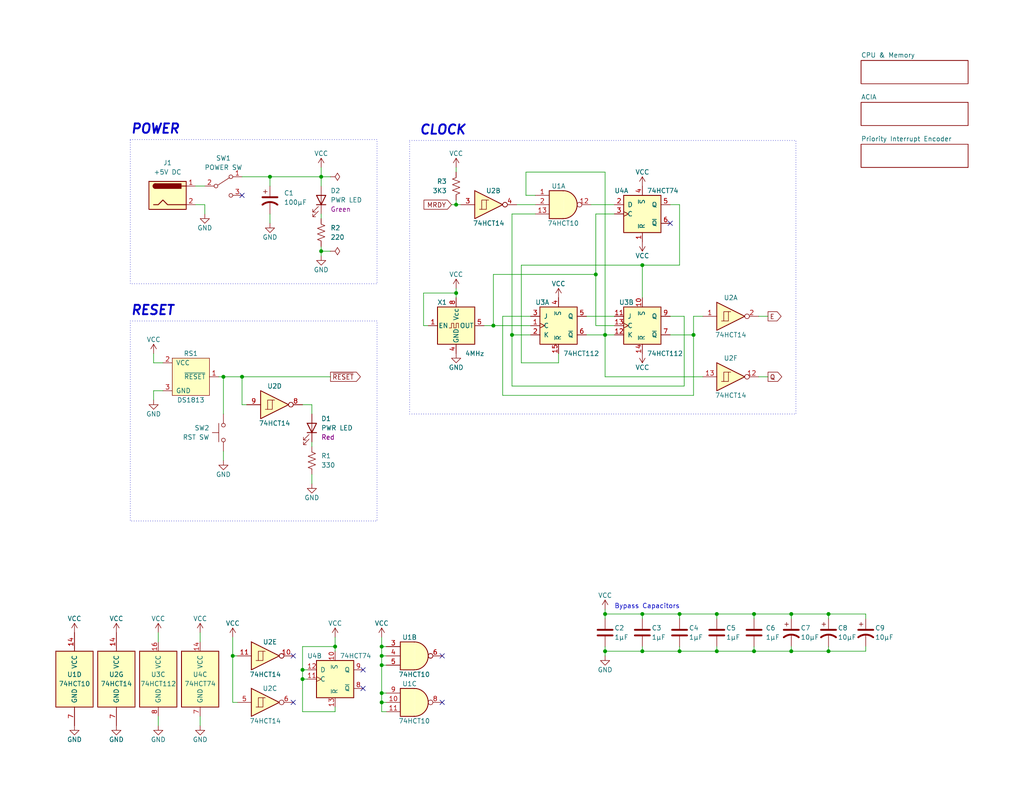
<source format=kicad_sch>
(kicad_sch (version 20230121) (generator eeschema)
  (paper "USLetter")
  (title_block (title "Power, Reset, Clock") (date "2024-02-18") (rev "1.0") (company "Frédéric Segard") (comment 1 "MicroHobbyist") (comment 2 "microhobbyist.com"))
  (lib_symbols
    (symbol "0_Library:DS1813" (pin_names (offset 1.016))
      (property "Reference" "RS" (at 0 2.54 0))
      (property "Value" "DS1813" (at 0 0 0))
      (symbol "DS1813_0_1"
        (rectangle (start 5.08 -1.27) (end -5.08 -11.43) (fill (type background)))
      )
      (symbol "DS1813_1_1"
        (pin output line (at 7.62 -6.35 180) (length 2.54) (name "~{RESET}") (number "1"))
        (pin input line (at -7.62 -2.54 0) (length 2.54) (name "VCC") (number "2"))
        (pin power_in line (at -7.62 -10.16 0) (length 2.54) (name "GND") (number "3"))
      )
    )
    (symbol "74xx:74HC74" (pin_names (offset 1.016))
      (property "Reference" "U" (at -7.62 8.89 0))
      (property "Value" "74HC74" (at -7.62 -8.89 0))
      (symbol "74HC74_1_0"
        (pin input line (at 0 -7.62 90) (length 2.54) (name "~{R}") (number "1"))
        (pin input line (at -7.62 2.54 0) (length 2.54) (name "D") (number "2"))
        (pin input clock (at -7.62 0 0) (length 2.54) (name "C") (number "3"))
        (pin input line (at 0 7.62 270) (length 2.54) (name "~{S}") (number "4"))
        (pin output line (at 7.62 2.54 180) (length 2.54) (name "Q") (number "5"))
        (pin output line (at 7.62 -2.54 180) (length 2.54) (name "~{Q}") (number "6"))
      )
      (symbol "74HC74_1_1"
        (rectangle (start -5.08 5.08) (end 5.08 -5.08) (stroke (width 0.254)) (fill (type background)))
      )
      (symbol "74HC74_2_0"
        (pin input line (at 0 7.62 270) (length 2.54) (name "~{S}") (number "10"))
        (pin input clock (at -7.62 0 0) (length 2.54) (name "C") (number "11"))
        (pin input line (at -7.62 2.54 0) (length 2.54) (name "D") (number "12"))
        (pin input line (at 0 -7.62 90) (length 2.54) (name "~{R}") (number "13"))
        (pin output line (at 7.62 -2.54 180) (length 2.54) (name "~{Q}") (number "8"))
        (pin output line (at 7.62 2.54 180) (length 2.54) (name "Q") (number "9"))
      )
      (symbol "74HC74_2_1"
        (rectangle (start -5.08 5.08) (end 5.08 -5.08) (stroke (width 0.254)) (fill (type background)))
      )
      (symbol "74HC74_3_0"
        (pin power_in line (at 0 10.16 270) (length 2.54) (name "VCC") (number "14"))
        (pin power_in line (at 0 -10.16 90) (length 2.54) (name "GND") (number "7"))
      )
      (symbol "74HC74_3_1"
        (rectangle (start -5.08 7.62) (end 5.08 -7.62) (stroke (width 0.254)) (fill (type background)))
      )
    )
    (symbol "74xx:74LS10" (pin_names (offset 1.016))
      (property "Reference" "U" (at 0 1.27 0))
      (property "Value" "74LS10" (at 0 -1.27 0))
      (symbol "74LS10_1_1"
        (arc (start 0 -3.81) (mid 3.7934 0) (end 0 3.81) (stroke (width 0.254)) (fill (type background)))
        (polyline (pts (xy 0 3.81) (xy -3.81 3.81) (xy -3.81 -3.81) (xy 0 -3.81)) (stroke (width 0.254)) (fill (type background)))
        (pin input line (at -7.62 2.54 0) (length 3.81) (name "~") (number "1"))
        (pin output inverted (at 7.62 0 180) (length 3.81) (name "~") (number "12"))
        (pin input line (at -7.62 -2.54 0) (length 3.81) (name "~") (number "13"))
        (pin input line (at -7.62 0 0) (length 3.81) (name "~") (number "2"))
      )
      (symbol "74LS10_1_2"
        (arc (start -3.81 -3.81) (mid -2.589 0) (end -3.81 3.81) (stroke (width 0.254)))
        (arc (start -0.6096 -3.81) (mid 2.1842 -2.5851) (end 3.81 0) (stroke (width 0.254)) (fill (type background)))
        (polyline (pts (xy -3.81 -3.81) (xy -0.635 -3.81)) (stroke (width 0.254)) (fill (type background)))
        (polyline (pts (xy -3.81 3.81) (xy -0.635 3.81)) (stroke (width 0.254)) (fill (type background)))
        (polyline (pts (xy -0.635 3.81) (xy -3.81 3.81) (xy -3.81 3.81) (xy -3.556 3.4036) (xy -3.0226 2.2606) (xy -2.6924 1.0414) (xy -2.6162 -0.254) (xy -2.7686 -1.4986) (xy -3.175 -2.7178) (xy -3.81 -3.81) (xy -3.81 -3.81) (xy -0.635 -3.81)) (stroke (width -25.4)) (fill (type background)))
        (arc (start 3.81 0) (mid 2.1915 2.5936) (end -0.6096 3.81) (stroke (width 0.254)) (fill (type background)))
        (pin input inverted (at -7.62 2.54 0) (length 4.318) (name "~") (number "1"))
        (pin output line (at 7.62 0 180) (length 3.81) (name "~") (number "12"))
        (pin input inverted (at -7.62 -2.54 0) (length 4.318) (name "~") (number "13"))
        (pin input inverted (at -7.62 0 0) (length 4.953) (name "~") (number "2"))
      )
      (symbol "74LS10_2_1"
        (arc (start 0 -3.81) (mid 3.7934 0) (end 0 3.81) (stroke (width 0.254)) (fill (type background)))
        (polyline (pts (xy 0 3.81) (xy -3.81 3.81) (xy -3.81 -3.81) (xy 0 -3.81)) (stroke (width 0.254)) (fill (type background)))
        (pin input line (at -7.62 2.54 0) (length 3.81) (name "~") (number "3"))
        (pin input line (at -7.62 0 0) (length 3.81) (name "~") (number "4"))
        (pin input line (at -7.62 -2.54 0) (length 3.81) (name "~") (number "5"))
        (pin output inverted (at 7.62 0 180) (length 3.81) (name "~") (number "6"))
      )
      (symbol "74LS10_2_2"
        (arc (start -3.81 -3.81) (mid -2.589 0) (end -3.81 3.81) (stroke (width 0.254)))
        (arc (start -0.6096 -3.81) (mid 2.1842 -2.5851) (end 3.81 0) (stroke (width 0.254)) (fill (type background)))
        (polyline (pts (xy -3.81 -3.81) (xy -0.635 -3.81)) (stroke (width 0.254)) (fill (type background)))
        (polyline (pts (xy -3.81 3.81) (xy -0.635 3.81)) (stroke (width 0.254)) (fill (type background)))
        (polyline (pts (xy -0.635 3.81) (xy -3.81 3.81) (xy -3.81 3.81) (xy -3.556 3.4036) (xy -3.0226 2.2606) (xy -2.6924 1.0414) (xy -2.6162 -0.254) (xy -2.7686 -1.4986) (xy -3.175 -2.7178) (xy -3.81 -3.81) (xy -3.81 -3.81) (xy -0.635 -3.81)) (stroke (width -25.4)) (fill (type background)))
        (arc (start 3.81 0) (mid 2.1915 2.5936) (end -0.6096 3.81) (stroke (width 0.254)) (fill (type background)))
        (pin input inverted (at -7.62 2.54 0) (length 4.318) (name "~") (number "3"))
        (pin input inverted (at -7.62 0 0) (length 4.953) (name "~") (number "4"))
        (pin input inverted (at -7.62 -2.54 0) (length 4.318) (name "~") (number "5"))
        (pin output line (at 7.62 0 180) (length 3.81) (name "~") (number "6"))
      )
      (symbol "74LS10_3_1"
        (arc (start 0 -3.81) (mid 3.7934 0) (end 0 3.81) (stroke (width 0.254)) (fill (type background)))
        (polyline (pts (xy 0 3.81) (xy -3.81 3.81) (xy -3.81 -3.81) (xy 0 -3.81)) (stroke (width 0.254)) (fill (type background)))
        (pin input line (at -7.62 0 0) (length 3.81) (name "~") (number "10"))
        (pin input line (at -7.62 -2.54 0) (length 3.81) (name "~") (number "11"))
        (pin output inverted (at 7.62 0 180) (length 3.81) (name "~") (number "8"))
        (pin input line (at -7.62 2.54 0) (length 3.81) (name "~") (number "9"))
      )
      (symbol "74LS10_3_2"
        (arc (start -3.81 -3.81) (mid -2.589 0) (end -3.81 3.81) (stroke (width 0.254)))
        (arc (start -0.6096 -3.81) (mid 2.1842 -2.5851) (end 3.81 0) (stroke (width 0.254)) (fill (type background)))
        (polyline (pts (xy -3.81 -3.81) (xy -0.635 -3.81)) (stroke (width 0.254)) (fill (type background)))
        (polyline (pts (xy -3.81 3.81) (xy -0.635 3.81)) (stroke (width 0.254)) (fill (type background)))
        (polyline (pts (xy -0.635 3.81) (xy -3.81 3.81) (xy -3.81 3.81) (xy -3.556 3.4036) (xy -3.0226 2.2606) (xy -2.6924 1.0414) (xy -2.6162 -0.254) (xy -2.7686 -1.4986) (xy -3.175 -2.7178) (xy -3.81 -3.81) (xy -3.81 -3.81) (xy -0.635 -3.81)) (stroke (width -25.4)) (fill (type background)))
        (arc (start 3.81 0) (mid 2.1915 2.5936) (end -0.6096 3.81) (stroke (width 0.254)) (fill (type background)))
        (pin input inverted (at -7.62 0 0) (length 4.953) (name "~") (number "10"))
        (pin input inverted (at -7.62 -2.54 0) (length 4.318) (name "~") (number "11"))
        (pin output line (at 7.62 0 180) (length 3.81) (name "~") (number "8"))
        (pin input inverted (at -7.62 2.54 0) (length 4.318) (name "~") (number "9"))
      )
      (symbol "74LS10_4_0"
        (pin power_in line (at 0 12.7 270) (length 5.08) (name "VCC") (number "14"))
        (pin power_in line (at 0 -12.7 90) (length 5.08) (name "GND") (number "7"))
      )
      (symbol "74LS10_4_1"
        (rectangle (start -5.08 7.62) (end 5.08 -7.62) (stroke (width 0.254)) (fill (type background)))
      )
    )
    (symbol "74xx:74LS112" (pin_names (offset 1.016))
      (property "Reference" "U" (at -7.62 8.89 0))
      (property "Value" "74LS112" (at -7.62 -8.89 0))
      (symbol "74LS112_1_0"
        (pin input clock (at -7.62 0 0) (length 2.54) (name "C") (number "1"))
        (pin input line (at 0 -7.62 90) (length 2.54) (name "~{R}") (number "15"))
        (pin input line (at -7.62 -2.54 0) (length 2.54) (name "K") (number "2"))
        (pin input line (at -7.62 2.54 0) (length 2.54) (name "J") (number "3"))
        (pin input line (at 0 7.62 270) (length 2.54) (name "~{S}") (number "4"))
        (pin output line (at 7.62 2.54 180) (length 2.54) (name "Q") (number "5"))
        (pin output line (at 7.62 -2.54 180) (length 2.54) (name "~{Q}") (number "6"))
      )
      (symbol "74LS112_1_1"
        (rectangle (start -5.08 5.08) (end 5.08 -5.08) (stroke (width 0.254)) (fill (type background)))
      )
      (symbol "74LS112_2_0"
        (pin input line (at 0 7.62 270) (length 2.54) (name "~{S}") (number "10"))
        (pin input line (at -7.62 2.54 0) (length 2.54) (name "J") (number "11"))
        (pin input line (at -7.62 -2.54 0) (length 2.54) (name "K") (number "12"))
        (pin input clock (at -7.62 0 0) (length 2.54) (name "C") (number "13"))
        (pin input line (at 0 -7.62 90) (length 2.54) (name "~{R}") (number "14"))
        (pin output line (at 7.62 -2.54 180) (length 2.54) (name "~{Q}") (number "7"))
        (pin output line (at 7.62 2.54 180) (length 2.54) (name "Q") (number "9"))
      )
      (symbol "74LS112_2_1"
        (rectangle (start -5.08 5.08) (end 5.08 -5.08) (stroke (width 0.254)) (fill (type background)))
      )
      (symbol "74LS112_3_0"
        (pin power_in line (at 0 10.16 270) (length 2.54) (name "VCC") (number "16"))
        (pin power_in line (at 0 -10.16 90) (length 2.54) (name "GND") (number "8"))
      )
      (symbol "74LS112_3_1"
        (rectangle (start -5.08 7.62) (end 5.08 -7.62) (stroke (width 0.254)) (fill (type background)))
      )
    )
    (symbol "74xx:74LS14" (pin_names (offset 1.016))
      (property "Reference" "U" (at 0 1.27 0))
      (property "Value" "74LS14" (at 0 -1.27 0))
      (symbol "74LS14_1_0"
        (polyline (pts (xy -3.81 3.81) (xy -3.81 -3.81) (xy 3.81 0) (xy -3.81 3.81)) (stroke (width 0.254)) (fill (type background)))
        (pin input line (at -7.62 0 0) (length 3.81) (name "~") (number "1"))
        (pin output inverted (at 7.62 0 180) (length 3.81) (name "~") (number "2"))
      )
      (symbol "74LS14_1_1"
        (polyline (pts (xy -1.905 -1.27) (xy -1.905 1.27) (xy -0.635 1.27)))
        (polyline (pts (xy -2.54 -1.27) (xy -0.635 -1.27) (xy -0.635 1.27) (xy 0 1.27)))
      )
      (symbol "74LS14_2_0"
        (polyline (pts (xy -3.81 3.81) (xy -3.81 -3.81) (xy 3.81 0) (xy -3.81 3.81)) (stroke (width 0.254)) (fill (type background)))
        (pin input line (at -7.62 0 0) (length 3.81) (name "~") (number "3"))
        (pin output inverted (at 7.62 0 180) (length 3.81) (name "~") (number "4"))
      )
      (symbol "74LS14_2_1"
        (polyline (pts (xy -1.905 -1.27) (xy -1.905 1.27) (xy -0.635 1.27)))
        (polyline (pts (xy -2.54 -1.27) (xy -0.635 -1.27) (xy -0.635 1.27) (xy 0 1.27)))
      )
      (symbol "74LS14_3_0"
        (polyline (pts (xy -3.81 3.81) (xy -3.81 -3.81) (xy 3.81 0) (xy -3.81 3.81)) (stroke (width 0.254)) (fill (type background)))
        (pin input line (at -7.62 0 0) (length 3.81) (name "~") (number "5"))
        (pin output inverted (at 7.62 0 180) (length 3.81) (name "~") (number "6"))
      )
      (symbol "74LS14_3_1"
        (polyline (pts (xy -1.905 -1.27) (xy -1.905 1.27) (xy -0.635 1.27)))
        (polyline (pts (xy -2.54 -1.27) (xy -0.635 -1.27) (xy -0.635 1.27) (xy 0 1.27)))
      )
      (symbol "74LS14_4_0"
        (polyline (pts (xy -3.81 3.81) (xy -3.81 -3.81) (xy 3.81 0) (xy -3.81 3.81)) (stroke (width 0.254)) (fill (type background)))
        (pin output inverted (at 7.62 0 180) (length 3.81) (name "~") (number "8"))
        (pin input line (at -7.62 0 0) (length 3.81) (name "~") (number "9"))
      )
      (symbol "74LS14_4_1"
        (polyline (pts (xy -1.905 -1.27) (xy -1.905 1.27) (xy -0.635 1.27)))
        (polyline (pts (xy -2.54 -1.27) (xy -0.635 -1.27) (xy -0.635 1.27) (xy 0 1.27)))
      )
      (symbol "74LS14_5_0"
        (polyline (pts (xy -3.81 3.81) (xy -3.81 -3.81) (xy 3.81 0) (xy -3.81 3.81)) (stroke (width 0.254)) (fill (type background)))
        (pin output inverted (at 7.62 0 180) (length 3.81) (name "~") (number "10"))
        (pin input line (at -7.62 0 0) (length 3.81) (name "~") (number "11"))
      )
      (symbol "74LS14_5_1"
        (polyline (pts (xy -1.905 -1.27) (xy -1.905 1.27) (xy -0.635 1.27)))
        (polyline (pts (xy -2.54 -1.27) (xy -0.635 -1.27) (xy -0.635 1.27) (xy 0 1.27)))
      )
      (symbol "74LS14_6_0"
        (polyline (pts (xy -3.81 3.81) (xy -3.81 -3.81) (xy 3.81 0) (xy -3.81 3.81)) (stroke (width 0.254)) (fill (type background)))
        (pin output inverted (at 7.62 0 180) (length 3.81) (name "~") (number "12"))
        (pin input line (at -7.62 0 0) (length 3.81) (name "~") (number "13"))
      )
      (symbol "74LS14_6_1"
        (polyline (pts (xy -1.905 -1.27) (xy -1.905 1.27) (xy -0.635 1.27)))
        (polyline (pts (xy -2.54 -1.27) (xy -0.635 -1.27) (xy -0.635 1.27) (xy 0 1.27)))
      )
      (symbol "74LS14_7_0"
        (pin power_in line (at 0 12.7 270) (length 5.08) (name "VCC") (number "14"))
        (pin power_in line (at 0 -12.7 90) (length 5.08) (name "GND") (number "7"))
      )
      (symbol "74LS14_7_1"
        (rectangle (start -5.08 7.62) (end 5.08 -7.62) (stroke (width 0.254)) (fill (type background)))
      )
    )
    (symbol "Connector:Barrel_Jack" (pin_names (offset 1.016))
      (property "Reference" "J" (at 0 5.334 0))
      (property "Value" "Barrel_Jack" (at 0 -5.08 0))
      (symbol "Barrel_Jack_0_1"
        (rectangle (start -5.08 3.81) (end 5.08 -3.81) (stroke (width 0.254)) (fill (type background)))
        (arc (start -3.302 3.175) (mid -3.9343 2.54) (end -3.302 1.905) (stroke (width 0.254)))
        (arc (start -3.302 3.175) (mid -3.9343 2.54) (end -3.302 1.905) (stroke (width 0.254)) (fill (type outline)))
        (polyline (pts (xy 5.08 2.54) (xy 3.81 2.54)) (stroke (width 0.254)))
        (polyline (pts (xy -3.81 -2.54) (xy -2.54 -2.54) (xy -1.27 -1.27) (xy 0 -2.54) (xy 2.54 -2.54) (xy 5.08 -2.54)) (stroke (width 0.254)))
        (rectangle (start 3.683 3.175) (end -3.302 1.905) (stroke (width 0.254)) (fill (type outline)))
      )
      (symbol "Barrel_Jack_1_1"
        (pin passive line (at 7.62 2.54 180) (length 2.54) (name "~") (number "1"))
        (pin passive line (at 7.62 -2.54 180) (length 2.54) (name "~") (number "2"))
      )
    )
    (symbol "Device:C" (pin_numbers hide) (pin_names (offset 0.254))
      (property "Reference" "C" (at 0.635 2.54 0))
      (property "Value" "C" (at 0.635 -2.54 0))
      (symbol "C_0_1"
        (polyline (pts (xy -2.032 -0.762) (xy 2.032 -0.762)) (stroke (width 0.508)))
        (polyline (pts (xy -2.032 0.762) (xy 2.032 0.762)) (stroke (width 0.508)))
      )
      (symbol "C_1_1"
        (pin passive line (at 0 3.81 270) (length 2.794) (name "~") (number "1"))
        (pin passive line (at 0 -3.81 90) (length 2.794) (name "~") (number "2"))
      )
    )
    (symbol "Device:C_Polarized_US" (pin_numbers hide) (pin_names (offset 0.254) hide)
      (property "Reference" "C" (at 0.635 2.54 0))
      (property "Value" "C_Polarized_US" (at 0.635 -2.54 0))
      (symbol "C_Polarized_US_0_1"
        (polyline (pts (xy -2.032 0.762) (xy 2.032 0.762)) (stroke (width 0.508)))
        (polyline (pts (xy -1.778 2.286) (xy -0.762 2.286)))
        (polyline (pts (xy -1.27 1.778) (xy -1.27 2.794)))
        (arc (start 2.032 -1.27) (mid 0 -0.5572) (end -2.032 -1.27) (stroke (width 0.508)))
      )
      (symbol "C_Polarized_US_1_1"
        (pin passive line (at 0 3.81 270) (length 2.794) (name "~") (number "1"))
        (pin passive line (at 0 -3.81 90) (length 3.302) (name "~") (number "2"))
      )
    )
    (symbol "Device:LED" (pin_numbers hide) (pin_names (offset 1.016) hide)
      (property "Reference" "D" (at 0 2.54 0))
      (property "Value" "LED" (at 0 -2.54 0))
      (symbol "LED_0_1"
        (polyline (pts (xy -1.27 -1.27) (xy -1.27 1.27)) (stroke (width 0.254)))
        (polyline (pts (xy -1.27 0) (xy 1.27 0)))
        (polyline (pts (xy 1.27 -1.27) (xy 1.27 1.27) (xy -1.27 0) (xy 1.27 -1.27)) (stroke (width 0.254)))
        (polyline (pts (xy -3.048 -0.762) (xy -4.572 -2.286) (xy -3.81 -2.286) (xy -4.572 -2.286) (xy -4.572 -1.524)))
        (polyline (pts (xy -1.778 -0.762) (xy -3.302 -2.286) (xy -2.54 -2.286) (xy -3.302 -2.286) (xy -3.302 -1.524)))
      )
      (symbol "LED_1_1"
        (pin passive line (at -3.81 0 0) (length 2.54) (name "K") (number "1"))
        (pin passive line (at 3.81 0 180) (length 2.54) (name "A") (number "2"))
      )
    )
    (symbol "Device:R_US" (pin_numbers hide) (pin_names (offset 0))
      (property "Reference" "R" (at 2.54 0 90))
      (property "Value" "R_US" (at -2.54 0 90))
      (symbol "R_US_0_1"
        (polyline (pts (xy 0 -2.286) (xy 0 -2.54)))
        (polyline (pts (xy 0 2.286) (xy 0 2.54)))
        (polyline (pts (xy 0 -0.762) (xy 1.016 -1.143) (xy 0 -1.524) (xy -1.016 -1.905) (xy 0 -2.286)))
        (polyline (pts (xy 0 0.762) (xy 1.016 0.381) (xy 0 0) (xy -1.016 -0.381) (xy 0 -0.762)))
        (polyline (pts (xy 0 2.286) (xy 1.016 1.905) (xy 0 1.524) (xy -1.016 1.143) (xy 0 0.762)))
      )
      (symbol "R_US_1_1"
        (pin passive line (at 0 3.81 270) (length 1.27) (name "~") (number "1"))
        (pin passive line (at 0 -3.81 90) (length 1.27) (name "~") (number "2"))
      )
    )
    (symbol "Oscillator:CXO_DIP8" (pin_names (offset 0.254))
      (property "Reference" "X" (at -5.08 6.35 0))
      (property "Value" "CXO_DIP8" (at 1.27 -6.35 0))
      (symbol "CXO_DIP8_0_1"
        (rectangle (start -5.08 5.08) (end 5.08 -5.08) (stroke (width 0.254)) (fill (type background)))
        (polyline (pts (xy -1.905 -0.635) (xy -1.27 -0.635) (xy -1.27 0.635) (xy -0.635 0.635) (xy -0.635 -0.635) (xy 0 -0.635) (xy 0 0.635) (xy 0.635 0.635) (xy 0.635 -0.635)))
      )
      (symbol "CXO_DIP8_1_1"
        (pin input line (at -7.62 0 0) (length 2.54) (name "EN") (number "1"))
        (pin power_in line (at 0 -7.62 90) (length 2.54) (name "GND") (number "4"))
        (pin output line (at 7.62 0 180) (length 2.54) (name "OUT") (number "5"))
        (pin power_in line (at 0 7.62 270) (length 2.54) (name "Vcc") (number "8"))
      )
    )
    (symbol "Switch:SW_Push" (pin_numbers hide) (pin_names (offset 1.016) hide)
      (property "Reference" "SW" (at 1.27 2.54 0))
      (property "Value" "SW_Push" (at 0 -1.524 0))
      (symbol "SW_Push_0_1"
        (circle (center -2.032 0) (radius 0.508))
        (polyline (pts (xy 0 1.27) (xy 0 3.048)))
        (polyline (pts (xy 2.54 1.27) (xy -2.54 1.27)))
        (circle (center 2.032 0) (radius 0.508))
        (pin passive line (at -5.08 0 0) (length 2.54) (name "1") (number "1"))
        (pin passive line (at 5.08 0 180) (length 2.54) (name "2") (number "2"))
      )
    )
    (symbol "Switch:SW_SPDT" (pin_names (offset 0) hide)
      (property "Reference" "SW" (at 0 4.318 0))
      (property "Value" "SW_SPDT" (at 0 -5.08 0))
      (symbol "SW_SPDT_0_0"
        (circle (center -2.032 0) (radius 0.508))
        (circle (center 2.032 -2.54) (radius 0.508))
      )
      (symbol "SW_SPDT_0_1"
        (polyline (pts (xy -1.524 0.254) (xy 1.651 2.286)))
        (circle (center 2.032 2.54) (radius 0.508))
      )
      (symbol "SW_SPDT_1_1"
        (pin passive line (at 5.08 2.54 180) (length 2.54) (name "A") (number "1"))
        (pin passive line (at -5.08 0 0) (length 2.54) (name "B") (number "2"))
        (pin passive line (at 5.08 -2.54 180) (length 2.54) (name "C") (number "3"))
      )
    )
    (symbol "power:GND" (power) (pin_names (offset 0))
      (property "Value" "GND" (at 0 -3.81 0))
      (symbol "GND_0_1"
        (polyline (pts (xy 0 0) (xy 0 -1.27) (xy 1.27 -1.27) (xy 0 -2.54) (xy -1.27 -1.27) (xy 0 -1.27)))
      )
      (symbol "GND_1_1"
        (pin power_in line (at 0 0 270) (length 0) hide (name "GND") (number "1"))
      )
    )
    (symbol "power:PWR_FLAG" (power) (pin_numbers hide) (pin_names (offset 0) hide)
      (property "Value" "PWR_FLAG" (at 0 3.81 0))
      (symbol "PWR_FLAG_0_0"
        (pin power_out line (at 0 0 90) (length 0) (name "pwr") (number "1"))
      )
      (symbol "PWR_FLAG_0_1"
        (polyline (pts (xy 0 0) (xy 0 1.27) (xy -1.016 1.905) (xy 0 2.54) (xy 1.016 1.905) (xy 0 1.27)))
      )
    )
    (symbol "power:VCC" (power) (pin_names (offset 0))
      (property "Value" "VCC" (at 0 3.81 0))
      (symbol "VCC_0_1"
        (polyline (pts (xy -0.762 1.27) (xy 0 2.54)))
        (polyline (pts (xy 0 0) (xy 0 2.54)))
        (polyline (pts (xy 0 2.54) (xy 0.762 1.27)))
      )
      (symbol "VCC_1_1"
        (pin power_in line (at 0 0 90) (length 0) hide (name "VCC") (number "1"))
      )
    )
  )
  (junction (at 185.42 167.64))
  (junction (at 104.14 179.07))
  (junction (at 104.14 191.77))
  (junction (at 139.7 91.44))
  (junction (at 226.06 167.64))
  (junction (at 104.14 181.61))
  (junction (at 205.74 177.8))
  (junction (at 60.96 102.87))
  (junction (at 175.26 72.39))
  (junction (at 104.14 189.23))
  (junction (at 165.1 91.44))
  (junction (at 185.42 177.8))
  (junction (at 205.74 167.64))
  (junction (at 162.56 74.93))
  (junction (at 87.63 48.26))
  (junction (at 189.23 91.44))
  (junction (at 175.26 177.8))
  (junction (at 165.1 177.8))
  (junction (at 66.04 102.87))
  (junction (at 63.5 179.07))
  (junction (at 91.44 176.53))
  (junction (at 87.63 68.58))
  (junction (at 124.46 80.01))
  (junction (at 134.62 88.9))
  (junction (at 215.9 167.64))
  (junction (at 165.1 167.64))
  (junction (at 82.55 185.42))
  (junction (at 73.66 48.26))
  (junction (at 195.58 177.8))
  (junction (at 215.9 177.8))
  (junction (at 195.58 167.64))
  (junction (at 226.06 177.8))
  (junction (at 82.55 182.88))
  (junction (at 175.26 167.64))
  (junction (at 104.14 176.53))
  (junction (at 124.46 55.88))
  (no_connect (at 80.01 179.07))
  (no_connect (at 120.65 191.77))
  (no_connect (at 80.01 191.77))
  (no_connect (at 120.65 179.07))
  (no_connect (at 99.06 187.96))
  (no_connect (at 66.04 53.34))
  (no_connect (at 99.06 182.88))
  (no_connect (at 182.88 60.96))
  (wire (pts (xy 236.22 176.53) (xy 236.22 177.8)))
  (wire (pts (xy 63.5 173.99) (xy 63.5 179.07)))
  (wire (pts (xy 215.9 177.8) (xy 226.06 177.8)))
  (wire (pts (xy 43.18 195.58) (xy 43.18 198.12)))
  (wire (pts (xy 104.14 189.23) (xy 105.41 189.23)))
  (wire (pts (xy 87.63 68.58) (xy 90.17 68.58)))
  (wire (pts (xy 207.01 102.87) (xy 209.55 102.87)))
  (wire (pts (xy 137.16 86.36) (xy 137.16 107.95)))
  (wire (pts (xy 87.63 48.26) (xy 73.66 48.26)))
  (wire (pts (xy 87.63 58.42) (xy 87.63 59.69)))
  (wire (pts (xy 91.44 194.31) (xy 82.55 194.31)))
  (wire (pts (xy 63.5 179.07) (xy 63.5 191.77)))
  (wire (pts (xy 186.69 86.36) (xy 186.69 105.41)))
  (wire (pts (xy 182.88 86.36) (xy 186.69 86.36)))
  (wire (pts (xy 175.26 167.64) (xy 185.42 167.64)))
  (wire (pts (xy 87.63 48.26) (xy 87.63 50.8)))
  (wire (pts (xy 165.1 91.44) (xy 165.1 46.99)))
  (wire (pts (xy 161.29 55.88) (xy 167.64 55.88)))
  (wire (pts (xy 124.46 78.74) (xy 124.46 80.01)))
  (wire (pts (xy 165.1 177.8) (xy 175.26 177.8)))
  (wire (pts (xy 143.51 53.34) (xy 146.05 53.34)))
  (wire (pts (xy 85.09 129.54) (xy 85.09 132.08)))
  (wire (pts (xy 189.23 91.44) (xy 182.88 91.44)))
  (wire (pts (xy 104.14 181.61) (xy 104.14 179.07)))
  (wire (pts (xy 104.14 181.61) (xy 105.41 181.61)))
  (wire (pts (xy 186.69 105.41) (xy 139.7 105.41)))
  (wire (pts (xy 207.01 86.36) (xy 209.55 86.36)))
  (wire (pts (xy 205.74 167.64) (xy 205.74 168.91)))
  (wire (pts (xy 43.18 172.72) (xy 43.18 175.26)))
  (wire (pts (xy 142.24 99.06) (xy 142.24 72.39)))
  (wire (pts (xy 105.41 194.31) (xy 104.14 194.31)))
  (wire (pts (xy 66.04 102.87) (xy 66.04 110.49)))
  (wire (pts (xy 44.45 99.06) (xy 41.91 99.06)))
  (wire (pts (xy 167.64 88.9) (xy 162.56 88.9)))
  (wire (pts (xy 195.58 167.64) (xy 205.74 167.64)))
  (wire (pts (xy 152.4 96.52) (xy 152.4 99.06)))
  (wire (pts (xy 185.42 55.88) (xy 182.88 55.88)))
  (wire (pts (xy 82.55 176.53) (xy 91.44 176.53)))
  (wire (pts (xy 54.61 172.72) (xy 54.61 175.26)))
  (wire (pts (xy 134.62 88.9) (xy 144.78 88.9)))
  (wire (pts (xy 104.14 176.53) (xy 105.41 176.53)))
  (wire (pts (xy 139.7 91.44) (xy 139.7 58.42)))
  (wire (pts (xy 82.55 182.88) (xy 83.82 182.88)))
  (wire (pts (xy 143.51 46.99) (xy 143.51 53.34)))
  (wire (pts (xy 236.22 167.64) (xy 236.22 168.91)))
  (wire (pts (xy 54.61 195.58) (xy 54.61 198.12)))
  (wire (pts (xy 142.24 72.39) (xy 175.26 72.39)))
  (wire (pts (xy 82.55 110.49) (xy 85.09 110.49)))
  (wire (pts (xy 87.63 45.72) (xy 87.63 48.26)))
  (wire (pts (xy 53.34 55.88) (xy 55.88 55.88)))
  (wire (pts (xy 185.42 167.64) (xy 185.42 168.91)))
  (wire (pts (xy 165.1 177.8) (xy 165.1 179.07)))
  (wire (pts (xy 60.96 102.87) (xy 60.96 113.03)))
  (wire (pts (xy 215.9 177.8) (xy 205.74 177.8)))
  (wire (pts (xy 104.14 189.23) (xy 104.14 181.61)))
  (wire (pts (xy 162.56 58.42) (xy 162.56 74.93)))
  (wire (pts (xy 139.7 58.42) (xy 146.05 58.42)))
  (wire (pts (xy 124.46 55.88) (xy 125.73 55.88)))
  (wire (pts (xy 144.78 86.36) (xy 137.16 86.36)))
  (wire (pts (xy 165.1 176.53) (xy 165.1 177.8)))
  (wire (pts (xy 124.46 54.61) (xy 124.46 55.88)))
  (wire (pts (xy 162.56 58.42) (xy 167.64 58.42)))
  (wire (pts (xy 195.58 167.64) (xy 195.58 168.91)))
  (wire (pts (xy 82.55 194.31) (xy 82.55 185.42)))
  (wire (pts (xy 41.91 99.06) (xy 41.91 96.52)))
  (wire (pts (xy 226.06 167.64) (xy 226.06 168.91)))
  (wire (pts (xy 63.5 191.77) (xy 64.77 191.77)))
  (wire (pts (xy 226.06 167.64) (xy 236.22 167.64)))
  (wire (pts (xy 123.19 55.88) (xy 124.46 55.88)))
  (wire (pts (xy 85.09 110.49) (xy 85.09 113.03)))
  (wire (pts (xy 73.66 58.42) (xy 73.66 60.96)))
  (wire (pts (xy 91.44 176.53) (xy 91.44 173.99)))
  (wire (pts (xy 165.1 167.64) (xy 175.26 167.64)))
  (wire (pts (xy 175.26 176.53) (xy 175.26 177.8)))
  (wire (pts (xy 215.9 168.91) (xy 215.9 167.64)))
  (wire (pts (xy 87.63 68.58) (xy 87.63 69.85)))
  (wire (pts (xy 185.42 177.8) (xy 195.58 177.8)))
  (wire (pts (xy 175.26 167.64) (xy 175.26 168.91)))
  (wire (pts (xy 137.16 107.95) (xy 189.23 107.95)))
  (wire (pts (xy 60.96 102.87) (xy 59.69 102.87)))
  (wire (pts (xy 134.62 74.93) (xy 162.56 74.93)))
  (wire (pts (xy 175.26 177.8) (xy 185.42 177.8)))
  (wire (pts (xy 189.23 107.95) (xy 189.23 91.44)))
  (wire (pts (xy 91.44 193.04) (xy 91.44 194.31)))
  (wire (pts (xy 140.97 55.88) (xy 146.05 55.88)))
  (wire (pts (xy 162.56 88.9) (xy 162.56 74.93)))
  (wire (pts (xy 185.42 176.53) (xy 185.42 177.8)))
  (wire (pts (xy 165.1 102.87) (xy 165.1 91.44)))
  (wire (pts (xy 189.23 86.36) (xy 191.77 86.36)))
  (wire (pts (xy 104.14 194.31) (xy 104.14 191.77)))
  (wire (pts (xy 160.02 86.36) (xy 167.64 86.36)))
  (wire (pts (xy 60.96 102.87) (xy 66.04 102.87)))
  (wire (pts (xy 165.1 46.99) (xy 143.51 46.99)))
  (wire (pts (xy 191.77 102.87) (xy 165.1 102.87)))
  (wire (pts (xy 104.14 191.77) (xy 105.41 191.77)))
  (wire (pts (xy 66.04 102.87) (xy 90.17 102.87)))
  (wire (pts (xy 152.4 99.06) (xy 142.24 99.06)))
  (wire (pts (xy 175.26 72.39) (xy 185.42 72.39)))
  (wire (pts (xy 160.02 91.44) (xy 165.1 91.44)))
  (wire (pts (xy 124.46 80.01) (xy 124.46 81.28)))
  (wire (pts (xy 115.57 88.9) (xy 115.57 80.01)))
  (wire (pts (xy 139.7 91.44) (xy 144.78 91.44)))
  (wire (pts (xy 67.31 110.49) (xy 66.04 110.49)))
  (wire (pts (xy 60.96 123.19) (xy 60.96 125.73)))
  (wire (pts (xy 134.62 74.93) (xy 134.62 88.9)))
  (wire (pts (xy 115.57 80.01) (xy 124.46 80.01)))
  (wire (pts (xy 185.42 167.64) (xy 195.58 167.64)))
  (wire (pts (xy 175.26 72.39) (xy 175.26 81.28)))
  (wire (pts (xy 215.9 167.64) (xy 226.06 167.64)))
  (wire (pts (xy 185.42 72.39) (xy 185.42 55.88)))
  (wire (pts (xy 215.9 176.53) (xy 215.9 177.8)))
  (wire (pts (xy 195.58 177.8) (xy 205.74 177.8)))
  (wire (pts (xy 91.44 176.53) (xy 91.44 177.8)))
  (wire (pts (xy 87.63 67.31) (xy 87.63 68.58)))
  (wire (pts (xy 215.9 167.64) (xy 205.74 167.64)))
  (wire (pts (xy 85.09 120.65) (xy 85.09 121.92)))
  (wire (pts (xy 116.84 88.9) (xy 115.57 88.9)))
  (wire (pts (xy 87.63 48.26) (xy 90.17 48.26)))
  (wire (pts (xy 124.46 45.72) (xy 124.46 46.99)))
  (wire (pts (xy 226.06 176.53) (xy 226.06 177.8)))
  (wire (pts (xy 44.45 106.68) (xy 41.91 106.68)))
  (wire (pts (xy 82.55 185.42) (xy 83.82 185.42)))
  (wire (pts (xy 139.7 105.41) (xy 139.7 91.44)))
  (wire (pts (xy 165.1 167.64) (xy 165.1 168.91)))
  (wire (pts (xy 104.14 173.99) (xy 104.14 176.53)))
  (wire (pts (xy 82.55 182.88) (xy 82.55 176.53)))
  (wire (pts (xy 41.91 106.68) (xy 41.91 109.22)))
  (wire (pts (xy 82.55 185.42) (xy 82.55 182.88)))
  (wire (pts (xy 63.5 179.07) (xy 64.77 179.07)))
  (wire (pts (xy 66.04 48.26) (xy 73.66 48.26)))
  (wire (pts (xy 55.88 55.88) (xy 55.88 58.42)))
  (wire (pts (xy 189.23 86.36) (xy 189.23 91.44)))
  (wire (pts (xy 195.58 176.53) (xy 195.58 177.8)))
  (wire (pts (xy 53.34 50.8) (xy 55.88 50.8)))
  (wire (pts (xy 165.1 166.37) (xy 165.1 167.64)))
  (wire (pts (xy 104.14 179.07) (xy 104.14 176.53)))
  (wire (pts (xy 104.14 179.07) (xy 105.41 179.07)))
  (wire (pts (xy 73.66 48.26) (xy 73.66 50.8)))
  (wire (pts (xy 104.14 191.77) (xy 104.14 189.23)))
  (wire (pts (xy 132.08 88.9) (xy 134.62 88.9)))
  (wire (pts (xy 165.1 91.44) (xy 167.64 91.44)))
  (wire (pts (xy 226.06 177.8) (xy 236.22 177.8)))
  (wire (pts (xy 205.74 176.53) (xy 205.74 177.8)))
  (rectangle (start 35.56 38.1) (end 102.87 77.47) (stroke (width 0) (type dot)))
  (rectangle (start 111.76 38.354) (end 217.17 113.03) (stroke (width 0) (type dot)))
  (rectangle (start 35.56 87.63) (end 102.87 142.24) (stroke (width 0) (type dot)))
  (text "RESET" (at 35.56 86.36 0) (effects (font (size 2.54 2.54) (thickness 0.508) bold italic) (justify left bottom)))
  (text "Bypass Capacitors" (at 167.64 166.37 0) (effects (font (size 1.27 1.27)) (justify left bottom)))
  (text "CLOCK" (at 114.3 37.084 0) (effects (font (size 2.54 2.54) (thickness 0.508) bold italic) (justify left bottom)))
  (text "POWER" (at 35.56 36.83 0) (effects (font (size 2.54 2.54) (thickness 0.508) bold italic) (justify left bottom)))
  (global_label "MRDY" (shape input) (at 123.19 55.88 180) (property "Intersheetrefs" "${INTERSHEET_REFS}" (effects hide)))
  (global_label "~{RESET}" (shape output) (at 90.17 102.87 0) (property "Intersheetrefs" "${INTERSHEET_REFS}" (effects hide)))
  (global_label "E" (shape output) (at 209.55 86.36 0) (property "Intersheetrefs" "${INTERSHEET_REFS}" (effects hide)))
  (global_label "Q" (shape output) (at 209.55 102.87 0) (property "Intersheetrefs" "${INTERSHEET_REFS}" (effects hide)))
  (symbol (lib_id "Device:R_US") (at 85.09 125.73 0) (unit 1)
    (property "Reference" "R1" (at 87.63 124.46 0) (effects (justify left)))
    (property "Value" "330" (at 87.63 127 0) (effects (justify left)))
  )
  (symbol (lib_id "Device:C") (at 165.1 172.72 0) (unit 1)
    (property "Reference" "C2" (at 167.64 171.45 0) (effects (justify left)))
    (property "Value" "1µF" (at 167.64 173.99 0) (effects (justify left)))
  )
  (symbol (lib_id "power:GND") (at 43.18 198.12 0) (mirror y) (unit 1)
    (property "Reference" "#PWR08" (effects hide))
    (property "Value" "GND" (at 43.18 201.93 0))
  )
  (symbol (lib_id "power:PWR_FLAG") (at 90.17 68.58 270) (unit 1)
    (property "Reference" "#FLG02" (effects hide))
    (property "Value" "PWR_FLAG" (effects hide))
  )
  (symbol (lib_id "74xx:74LS14") (at 74.93 110.49 0) (unit 4)
    (property "Reference" "U2" (at 74.93 105.41 0))
    (property "Value" "74HCT14" (at 74.93 115.57 0))
    (property "Datasheet" "http://www.ti.com/lit/gpn/sn74LS14" (effects hide))
  )
  (symbol (lib_id "74xx:74LS14") (at 31.75 185.42 0) (mirror y) (unit 7)
    (property "Reference" "U2" (at 31.75 184.15 0))
    (property "Value" "74HCT14" (at 31.75 186.69 0))
    (property "Datasheet" "http://www.ti.com/lit/gpn/sn74LS14" (effects hide))
  )
  (symbol (lib_id "74xx:74HC74") (at 175.26 58.42 0) (unit 1)
    (property "Reference" "U4" (at 167.64 52.07 0) (effects (justify left)))
    (property "Value" "74HCT74" (at 176.53 52.07 0) (effects (justify left)))
    (property "Datasheet" "74xx/74hc_hct74.pdf" (effects hide))
  )
  (symbol (lib_id "power:GND") (at 31.75 198.12 0) (mirror y) (unit 1)
    (property "Reference" "#PWR04" (effects hide))
    (property "Value" "GND" (at 31.75 201.93 0))
  )
  (symbol (lib_id "power:VCC") (at 175.26 96.52 180) (unit 1)
    (property "Reference" "#PWR028" (effects hide))
    (property "Value" "VCC" (at 175.26 100.33 0))
  )
  (symbol (lib_id "power:VCC") (at 104.14 173.99 0) (unit 1)
    (property "Reference" "#PWR019" (effects hide))
    (property "Value" "VCC" (at 104.14 170.18 0))
  )
  (symbol (lib_id "power:GND") (at 87.63 69.85 0) (unit 1)
    (property "Reference" "#PWR017" (effects hide))
    (property "Value" "GND" (at 87.63 73.66 0))
  )
  (symbol (lib_id "74xx:74LS14") (at 199.39 102.87 0) (unit 6)
    (property "Reference" "U2" (at 199.39 97.79 0))
    (property "Value" "74HCT14" (at 199.39 107.95 0))
    (property "Datasheet" "http://www.ti.com/lit/gpn/sn74LS14" (effects hide))
  )
  (symbol (lib_id "Device:C_Polarized_US") (at 73.66 54.61 0) (unit 1)
    (property "Reference" "C1" (at 77.47 52.705 0) (effects (justify left)))
    (property "Value" "100µF" (at 77.47 55.245 0) (effects (justify left)))
  )
  (symbol (lib_id "74xx:74HC74") (at 54.61 185.42 0) (mirror y) (unit 3)
    (property "Reference" "U4" (at 54.61 184.15 0))
    (property "Value" "74HCT74" (at 54.61 186.69 0))
    (property "Datasheet" "74xx/74hc_hct74.pdf" (effects hide))
  )
  (symbol (lib_id "Device:C") (at 205.74 172.72 0) (unit 1)
    (property "Reference" "C6" (at 208.915 171.45 0) (effects (justify left)))
    (property "Value" "1µF" (at 208.915 173.99 0) (effects (justify left)))
  )
  (symbol (lib_id "power:VCC") (at 31.75 172.72 0) (mirror y) (unit 1)
    (property "Reference" "#PWR03" (effects hide))
    (property "Value" "VCC" (at 31.75 168.91 0))
  )
  (symbol (lib_id "power:VCC") (at 87.63 45.72 0) (unit 1)
    (property "Reference" "#PWR016" (effects hide))
    (property "Value" "VCC" (at 87.63 41.91 0))
  )
  (symbol (lib_id "Switch:SW_Push") (at 60.96 118.11 90) (mirror x) (unit 1)
    (property "Reference" "SW2" (at 57.15 116.84 90) (effects (justify left)))
    (property "Value" "RST SW" (at 57.15 119.38 90) (effects (justify left)))
  )
  (symbol (lib_id "74xx:74LS112") (at 43.18 185.42 0) (mirror y) (unit 3)
    (property "Reference" "U3" (at 43.18 184.15 0))
    (property "Value" "74HCT112" (at 43.18 186.69 0))
    (property "Datasheet" "http://www.ti.com/lit/gpn/sn74LS112" (effects hide))
  )
  (symbol (lib_id "Device:LED") (at 87.63 54.61 270) (mirror x) (unit 1)
    (property "Reference" "D2" (at 90.17 52.07 90) (effects (justify left)))
    (property "Value" "PWR LED" (at 90.17 54.61 90) (effects (justify left)))
    (property "Color" "Green" (at 90.17 57.15 90) (effects (justify left)))
  )
  (symbol (lib_id "Connector:Barrel_Jack") (at 45.72 53.34 0) (unit 1)
    (property "Reference" "J1" (at 45.72 44.45 0))
    (property "Value" "+5V DC" (at 45.72 46.99 0))
  )
  (symbol (lib_id "Device:C_Polarized_US") (at 226.06 172.72 0) (unit 1)
    (property "Reference" "C8" (at 228.6 171.45 0) (effects (justify left)))
    (property "Value" "10µF" (at 228.6 173.99 0) (effects (justify left)))
  )
  (symbol (lib_id "power:VCC") (at 152.4 81.28 0) (unit 1)
    (property "Reference" "#PWR023" (effects hide))
    (property "Value" "VCC" (at 152.4 77.47 0))
  )
  (symbol (lib_id "Device:C_Polarized_US") (at 236.22 172.72 0) (unit 1)
    (property "Reference" "C9" (at 238.76 171.45 0) (effects (justify left)))
    (property "Value" "10µF" (at 238.76 173.99 0) (effects (justify left)))
  )
  (symbol (lib_id "74xx:74LS14") (at 72.39 179.07 0) (unit 5)
    (property "Reference" "U2" (at 73.66 175.26 0))
    (property "Value" "74HCT14" (at 72.39 184.15 0))
    (property "Datasheet" "http://www.ti.com/lit/gpn/sn74LS14" (effects hide))
  )
  (symbol (lib_id "Oscillator:CXO_DIP8") (at 124.46 88.9 0) (unit 1)
    (property "Reference" "X1" (at 120.65 82.55 0))
    (property "Value" "4MHz" (at 129.54 96.52 0))
    (property "Footprint" "Oscillator:Oscillator_DIP-8" (effects hide))
    (property "Datasheet" "http://cdn-reichelt.de/documents/datenblatt/B400/OSZI.pdf" (effects hide))
  )
  (symbol (lib_id "74xx:74LS112") (at 175.26 88.9 0) (unit 2)
    (property "Reference" "U3" (at 168.91 82.55 0) (effects (justify left)))
    (property "Value" "74HCT112" (at 176.53 96.52 0) (effects (justify left)))
    (property "Datasheet" "http://www.ti.com/lit/gpn/sn74LS112" (effects hide))
  )
  (symbol (lib_id "power:VCC") (at 41.91 96.52 0) (unit 1)
    (property "Reference" "#PWR05" (effects hide))
    (property "Value" "VCC" (at 41.91 92.71 0))
  )
  (symbol (lib_id "power:GND") (at 85.09 132.08 0) (unit 1)
    (property "Reference" "#PWR015" (effects hide))
    (property "Value" "GND" (at 85.09 135.89 0))
  )
  (symbol (lib_id "power:GND") (at 41.91 109.22 0) (unit 1)
    (property "Reference" "#PWR06" (effects hide))
    (property "Value" "GND" (at 41.91 113.03 0))
  )
  (symbol (lib_id "power:VCC") (at 165.1 166.37 0) (unit 1)
    (property "Reference" "#PWR024" (effects hide))
    (property "Value" "VCC" (at 165.1 162.56 0))
  )
  (symbol (lib_id "power:VCC") (at 175.26 50.8 0) (unit 1)
    (property "Reference" "#PWR026" (effects hide))
    (property "Value" "VCC" (at 175.26 46.99 0))
  )
  (symbol (lib_id "74xx:74LS14") (at 199.39 86.36 0) (unit 1)
    (property "Reference" "U2" (at 199.39 81.28 0))
    (property "Value" "74HCT14" (at 199.39 91.44 0))
    (property "Datasheet" "http://www.ti.com/lit/gpn/sn74LS14" (effects hide))
  )
  (symbol (lib_id "Device:C") (at 195.58 172.72 0) (unit 1)
    (property "Reference" "C5" (at 198.12 171.45 0) (effects (justify left)))
    (property "Value" "1µF" (at 198.12 173.99 0) (effects (justify left)))
  )
  (symbol (lib_id "power:GND") (at 20.32 198.12 0) (mirror y) (unit 1)
    (property "Reference" "#PWR02" (effects hide))
    (property "Value" "GND" (at 20.32 201.93 0))
  )
  (symbol (lib_id "power:GND") (at 73.66 60.96 0) (unit 1)
    (property "Reference" "#PWR014" (effects hide))
    (property "Value" "GND" (at 73.66 64.77 0))
  )
  (symbol (lib_id "power:VCC") (at 91.44 173.99 0) (unit 1)
    (property "Reference" "#PWR018" (effects hide))
    (property "Value" "VCC" (at 91.44 170.18 0))
  )
  (symbol (lib_id "power:VCC") (at 54.61 172.72 0) (mirror y) (unit 1)
    (property "Reference" "#PWR09" (effects hide))
    (property "Value" "VCC" (at 54.61 168.91 0))
  )
  (symbol (lib_id "74xx:74LS14") (at 72.39 191.77 0) (unit 3)
    (property "Reference" "U2" (at 73.66 187.96 0))
    (property "Value" "74HCT14" (at 72.39 196.85 0))
    (property "Datasheet" "http://www.ti.com/lit/gpn/sn74LS14" (effects hide))
  )
  (symbol (lib_id "Switch:SW_SPDT") (at 60.96 50.8 0) (unit 1)
    (property "Reference" "SW1" (at 60.96 43.18 0))
    (property "Value" "POWER SW" (at 60.96 45.72 0))
  )
  (symbol (lib_id "power:VCC") (at 175.26 66.04 0) (mirror x) (unit 1)
    (property "Reference" "#PWR027" (effects hide))
    (property "Value" "VCC" (at 175.26 69.85 0))
  )
  (symbol (lib_id "power:VCC") (at 20.32 172.72 0) (mirror y) (unit 1)
    (property "Reference" "#PWR01" (effects hide))
    (property "Value" "VCC" (at 20.32 168.91 0))
  )
  (symbol (lib_id "Device:LED") (at 85.09 116.84 270) (mirror x) (unit 1)
    (property "Reference" "D1" (at 87.63 114.3 90) (effects (justify left)))
    (property "Value" "PWR LED" (at 87.63 116.84 90) (effects (justify left)))
    (property "Color" "Red" (at 87.63 119.38 90) (effects (justify left)))
  )
  (symbol (lib_id "power:GND") (at 54.61 198.12 0) (mirror y) (unit 1)
    (property "Reference" "#PWR010" (effects hide))
    (property "Value" "GND" (at 54.61 201.93 0))
  )
  (symbol (lib_id "Device:R_US") (at 124.46 50.8 0) (mirror y) (unit 1)
    (property "Reference" "R3" (at 121.92 49.53 0) (effects (justify left)))
    (property "Value" "3K3" (at 121.92 52.07 0) (effects (justify left)))
  )
  (symbol (lib_id "Device:C") (at 175.26 172.72 0) (unit 1)
    (property "Reference" "C3" (at 177.8 171.45 0) (effects (justify left)))
    (property "Value" "1µF" (at 177.8 173.99 0) (effects (justify left)))
  )
  (symbol (lib_id "Device:C") (at 185.42 172.72 0) (unit 1)
    (property "Reference" "C4" (at 187.96 171.45 0) (effects (justify left)))
    (property "Value" "1µF" (at 187.96 173.99 0) (effects (justify left)))
  )
  (symbol (lib_id "74xx:74HC74") (at 91.44 185.42 0) (unit 2)
    (property "Reference" "U4" (at 83.82 179.07 0) (effects (justify left)))
    (property "Value" "74HCT74" (at 92.71 179.07 0) (effects (justify left)))
    (property "Datasheet" "74xx/74hc_hct74.pdf" (effects hide))
  )
  (symbol (lib_id "power:GND") (at 124.46 96.52 0) (unit 1)
    (property "Reference" "#PWR022" (effects hide))
    (property "Value" "GND" (at 124.46 100.33 0))
  )
  (symbol (lib_id "Device:C_Polarized_US") (at 215.9 172.72 0) (unit 1)
    (property "Reference" "C7" (at 218.44 171.45 0) (effects (justify left)))
    (property "Value" "10µF" (at 218.44 173.99 0) (effects (justify left)))
  )
  (symbol (lib_id "power:VCC") (at 124.46 45.72 0) (unit 1)
    (property "Reference" "#PWR020" (effects hide))
    (property "Value" "VCC" (at 124.46 41.91 0))
  )
  (symbol (lib_id "power:VCC") (at 43.18 172.72 0) (mirror y) (unit 1)
    (property "Reference" "#PWR07" (effects hide))
    (property "Value" "VCC" (at 43.18 168.91 0))
  )
  (symbol (lib_id "74xx:74LS14") (at 133.35 55.88 0) (unit 2)
    (property "Reference" "U2" (at 134.62 52.07 0))
    (property "Value" "74HCT14" (at 133.35 60.96 0))
    (property "Datasheet" "http://www.ti.com/lit/gpn/sn74LS14" (effects hide))
  )
  (symbol (lib_id "74xx:74LS10") (at 20.32 185.42 0) (unit 4)
    (property "Reference" "U1" (at 20.32 184.15 0))
    (property "Value" "74HCT10" (at 20.32 186.69 0))
    (property "Datasheet" "http://www.ti.com/lit/gpn/sn74LS10" (effects hide))
  )
  (symbol (lib_id "74xx:74LS10") (at 153.67 55.88 0) (unit 1)
    (property "Reference" "U1" (at 152.4 50.8 0))
    (property "Value" "74HCT10" (at 153.67 60.96 0))
    (property "Datasheet" "http://www.ti.com/lit/gpn/sn74LS10" (effects hide))
  )
  (symbol (lib_id "power:PWR_FLAG") (at 90.17 48.26 270) (unit 1)
    (property "Reference" "#FLG01" (effects hide))
    (property "Value" "PWR_FLAG" (effects hide))
  )
  (symbol (lib_id "power:VCC") (at 124.46 78.74 0) (unit 1)
    (property "Reference" "#PWR021" (effects hide))
    (property "Value" "VCC" (at 124.46 74.93 0))
  )
  (symbol (lib_id "power:GND") (at 55.88 58.42 0) (unit 1)
    (property "Reference" "#PWR011" (effects hide))
    (property "Value" "GND" (at 55.88 62.23 0))
  )
  (symbol (lib_id "74xx:74LS112") (at 152.4 88.9 0) (unit 1)
    (property "Reference" "U3" (at 146.05 82.55 0) (effects (justify left)))
    (property "Value" "74HCT112" (at 153.67 96.52 0) (effects (justify left)))
    (property "Datasheet" "http://www.ti.com/lit/gpn/sn74LS112" (effects hide))
  )
  (symbol (lib_id "74xx:74LS10") (at 113.03 191.77 0) (unit 3)
    (property "Reference" "U1" (at 111.76 186.69 0))
    (property "Value" "74HCT10" (at 113.03 196.85 0))
    (property "Datasheet" "http://www.ti.com/lit/gpn/sn74LS10" (effects hide))
  )
  (symbol (lib_id "power:GND") (at 60.96 125.73 0) (unit 1)
    (property "Reference" "#PWR012" (effects hide))
    (property "Value" "GND" (at 60.96 129.54 0))
  )
  (symbol (lib_id "Device:R_US") (at 87.63 63.5 0) (unit 1)
    (property "Reference" "R2" (at 90.17 62.23 0) (effects (justify left)))
    (property "Value" "220" (at 90.17 64.77 0) (effects (justify left)))
  )
  (symbol (lib_id "power:GND") (at 165.1 179.07 0) (unit 1)
    (property "Reference" "#PWR025" (effects hide))
    (property "Value" "GND" (at 165.1 182.88 0))
  )
  (symbol (lib_id "74xx:74LS10") (at 113.03 179.07 0) (unit 2)
    (property "Reference" "U1" (at 111.76 173.99 0))
    (property "Value" "74HCT10" (at 113.03 184.15 0))
    (property "Datasheet" "http://www.ti.com/lit/gpn/sn74LS10" (effects hide))
  )
  (symbol (lib_id "0_Library:DS1813") (at 52.07 96.52 0) (unit 1)
    (property "Reference" "RS1" (at 52.07 96.52 0))
    (property "Value" "DS1813" (at 52.07 109.22 0))
  )
  (symbol (lib_id "power:VCC") (at 63.5 173.99 0) (unit 1)
    (property "Reference" "#PWR013" (effects hide))
    (property "Value" "VCC" (at 63.5 170.18 0))
  )
  (sheet (at 234.95 39.37) (size 29.21 6.35) (stroke (width 0.1524))
    (property "Sheetname" "Priority Interrupt Encoder" (at 234.95 38.6584 0) (effects (justify left bottom)))
    (property "Sheetfile" "Interrupt.kicad_sch" (effects hide))
  )
  (sheet (at 234.95 16.51) (size 29.21 6.35) (stroke (width 0.1524))
    (property "Sheetname" "CPU & Memory" (at 234.95 15.7984 0) (effects (justify left bottom)))
    (property "Sheetfile" "CPU & Memory.kicad_sch" (effects hide))
  )
  (sheet (at 234.95 27.94) (size 29.21 6.35) (stroke (width 0.1524))
    (property "Sheetname" "ACIA" (at 234.95 27.2284 0) (effects (justify left bottom)))
    (property "Sheetfile" "Acia.kicad_sch" (effects hide))
  )
)
</source>
